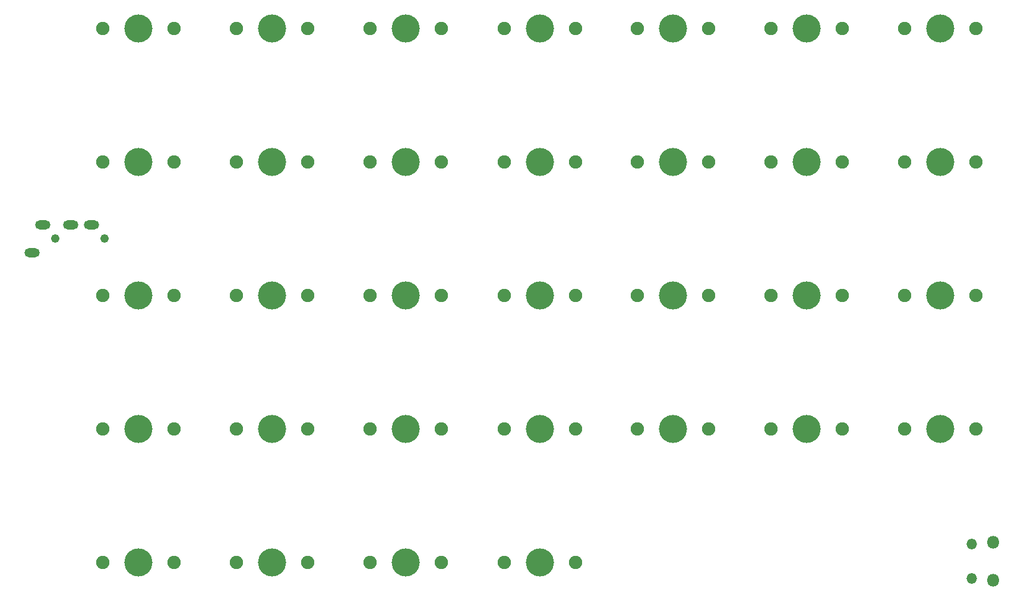
<source format=gbr>
%TF.GenerationSoftware,KiCad,Pcbnew,(7.0.0-0)*%
%TF.CreationDate,2023-03-06T00:10:08+09:00*%
%TF.ProjectId,11111_pcb,31313131-315f-4706-9362-2e6b69636164,rev?*%
%TF.SameCoordinates,Original*%
%TF.FileFunction,Soldermask,Top*%
%TF.FilePolarity,Negative*%
%FSLAX46Y46*%
G04 Gerber Fmt 4.6, Leading zero omitted, Abs format (unit mm)*
G04 Created by KiCad (PCBNEW (7.0.0-0)) date 2023-03-06 00:10:08*
%MOMM*%
%LPD*%
G01*
G04 APERTURE LIST*
%ADD10C,1.900000*%
%ADD11C,4.000000*%
%ADD12C,1.210000*%
%ADD13O,2.200000X1.300000*%
%ADD14O,1.800000X1.800000*%
%ADD15O,1.500000X1.500000*%
G04 APERTURE END LIST*
D10*
%TO.C,SW13*%
X300355000Y-40580000D03*
D11*
X305435000Y-40580000D03*
D10*
X310515000Y-40580000D03*
%TD*%
%TO.C,SW8*%
X205155000Y-40580000D03*
D11*
X210235000Y-40580000D03*
D10*
X215315000Y-40580000D03*
%TD*%
%TO.C,SW54*%
X281355000Y-97730000D03*
D11*
X286435000Y-97730000D03*
D10*
X291515000Y-97730000D03*
%TD*%
%TO.C,SW61*%
X205155000Y-116780000D03*
D11*
X210235000Y-116780000D03*
D10*
X215315000Y-116780000D03*
%TD*%
%TO.C,SW26*%
X281355000Y-59630000D03*
D11*
X286435000Y-59630000D03*
D10*
X291515000Y-59630000D03*
%TD*%
%TO.C,SW22*%
X205155000Y-59630000D03*
D11*
X210235000Y-59630000D03*
D10*
X215315000Y-59630000D03*
%TD*%
%TO.C,SW62*%
X224155000Y-116780000D03*
D11*
X229235000Y-116780000D03*
D10*
X234315000Y-116780000D03*
%TD*%
%TO.C,SW23*%
X224155000Y-59630000D03*
D11*
X229235000Y-59630000D03*
D10*
X234315000Y-59630000D03*
%TD*%
%TO.C,SW12*%
X281355000Y-40580000D03*
D11*
X286435000Y-40580000D03*
D10*
X291515000Y-40580000D03*
%TD*%
%TO.C,SW40*%
X281355000Y-78680000D03*
D11*
X286435000Y-78680000D03*
D10*
X291515000Y-78680000D03*
%TD*%
%TO.C,SW53*%
X262355000Y-97730000D03*
D11*
X267435000Y-97730000D03*
D10*
X272515000Y-97730000D03*
%TD*%
%TO.C,SW28*%
X319455000Y-59630000D03*
D11*
X324535000Y-59630000D03*
D10*
X329615000Y-59630000D03*
%TD*%
%TO.C,SW51*%
X224155000Y-97730000D03*
D11*
X229235000Y-97730000D03*
D10*
X234315000Y-97730000D03*
%TD*%
%TO.C,SW37*%
X224155000Y-78680000D03*
D11*
X229235000Y-78680000D03*
D10*
X234315000Y-78680000D03*
%TD*%
%TO.C,SW56*%
X319455000Y-97730000D03*
D11*
X324535000Y-97730000D03*
D10*
X329615000Y-97730000D03*
%TD*%
%TO.C,SW9*%
X224155000Y-40580000D03*
D11*
X229235000Y-40580000D03*
D10*
X234315000Y-40580000D03*
%TD*%
%TO.C,SW27*%
X300355000Y-59630000D03*
D11*
X305435000Y-59630000D03*
D10*
X310515000Y-59630000D03*
%TD*%
%TO.C,SW14*%
X319455000Y-40580000D03*
D11*
X324535000Y-40580000D03*
D10*
X329615000Y-40580000D03*
%TD*%
%TO.C,SW50*%
X205155000Y-97730000D03*
D11*
X210235000Y-97730000D03*
D10*
X215315000Y-97730000D03*
%TD*%
%TO.C,SW38*%
X243255000Y-78680000D03*
D11*
X248335000Y-78680000D03*
D10*
X253415000Y-78680000D03*
%TD*%
%TO.C,SW11*%
X262355000Y-40580000D03*
D11*
X267435000Y-40580000D03*
D10*
X272515000Y-40580000D03*
%TD*%
%TO.C,SW52*%
X243255000Y-97730000D03*
D11*
X248335000Y-97730000D03*
D10*
X253415000Y-97730000D03*
%TD*%
%TO.C,SW39*%
X262355000Y-78680000D03*
D11*
X267435000Y-78680000D03*
D10*
X272515000Y-78680000D03*
%TD*%
%TO.C,SW55*%
X300355000Y-97730000D03*
D11*
X305435000Y-97730000D03*
D10*
X310515000Y-97730000D03*
%TD*%
%TO.C,SW24*%
X243255000Y-59630000D03*
D11*
X248335000Y-59630000D03*
D10*
X253415000Y-59630000D03*
%TD*%
%TO.C,SW25*%
X262355000Y-59630000D03*
D11*
X267435000Y-59630000D03*
D10*
X272515000Y-59630000D03*
%TD*%
D12*
%TO.C,J2*%
X205345000Y-70580000D03*
X198345000Y-70580000D03*
D13*
X195044999Y-72579999D03*
X203544999Y-68579999D03*
X200544999Y-68579999D03*
X196544999Y-68579999D03*
%TD*%
D10*
%TO.C,SW10*%
X243255000Y-40580000D03*
D11*
X248335000Y-40580000D03*
D10*
X253415000Y-40580000D03*
%TD*%
%TO.C,SW64*%
X262355000Y-116780000D03*
D11*
X267435000Y-116780000D03*
D10*
X272515000Y-116780000D03*
%TD*%
%TO.C,SW41*%
X300355000Y-78680000D03*
D11*
X305435000Y-78680000D03*
D10*
X310515000Y-78680000D03*
%TD*%
%TO.C,SW42*%
X319455000Y-78680000D03*
D11*
X324535000Y-78680000D03*
D10*
X329615000Y-78680000D03*
%TD*%
%TO.C,SW36*%
X205155000Y-78680000D03*
D11*
X210235000Y-78680000D03*
D10*
X215315000Y-78680000D03*
%TD*%
%TO.C,SW63*%
X243255000Y-116780000D03*
D11*
X248335000Y-116780000D03*
D10*
X253415000Y-116780000D03*
%TD*%
D14*
%TO.C,U2*%
X332034999Y-119339999D03*
D15*
X329004999Y-119039999D03*
X329004999Y-114189999D03*
D14*
X332034999Y-113889999D03*
%TD*%
M02*

</source>
